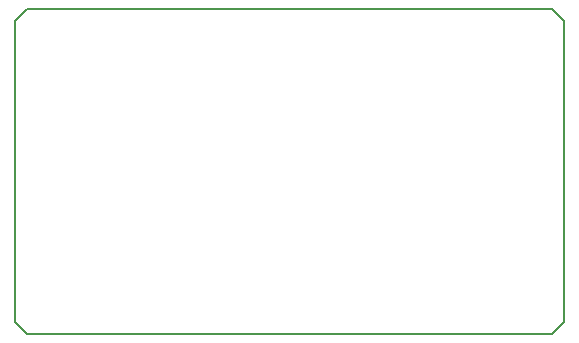
<source format=gko>
G04*
G04 #@! TF.GenerationSoftware,Altium Limited,Altium Designer,21.6.1 (37)*
G04*
G04 Layer_Color=16711935*
%FSLAX25Y25*%
%MOIN*%
G70*
G04*
G04 #@! TF.SameCoordinates,DC8E1805-1AE0-4662-A60C-033F26306971*
G04*
G04*
G04 #@! TF.FilePolarity,Positive*
G04*
G01*
G75*
%ADD10C,0.00787*%
D10*
X324803Y370079D02*
X500000D01*
X503937Y366142D01*
Y265748D02*
Y366142D01*
X324803Y261811D02*
X500000D01*
X503937Y265748D01*
X320866D02*
Y366142D01*
Y265748D02*
X324803Y261811D01*
X320866Y366142D02*
X324803Y370079D01*
M02*

</source>
